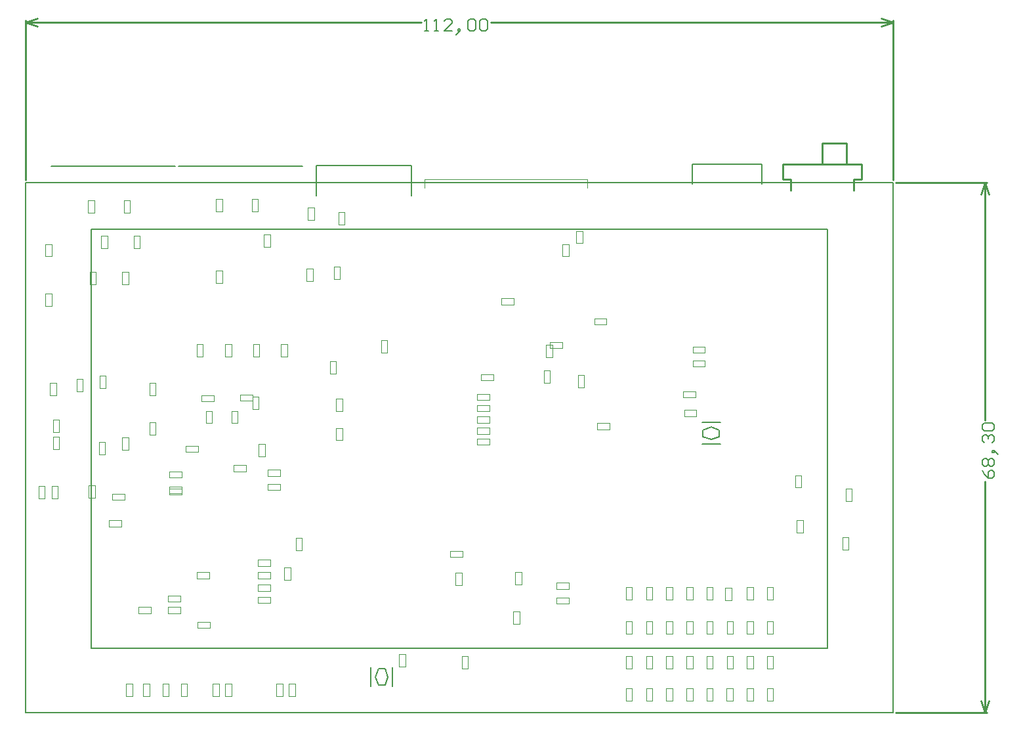
<source format=gm1>
G04 Layer_Color=16711935*
%FSLAX44Y44*%
%MOMM*%
G71*
G01*
G75*
%ADD49C,0.2000*%
%ADD52C,0.1500*%
%ADD60C,0.2540*%
%ADD63C,0.1000*%
%ADD112C,0.1524*%
D49*
X721000Y712400D02*
X729000D01*
X717000Y723000D02*
X721000Y712400D01*
X729000D02*
X733000Y723000D01*
X729000Y733600D02*
X733000Y723000D01*
X721000Y733600D02*
X729000D01*
X711000Y711000D02*
Y735000D01*
X739000Y711000D02*
Y735000D01*
X721000Y733600D02*
X729000D01*
X733000Y723000D01*
X717000D02*
X721000Y733600D01*
X729000Y712400D02*
X733000Y723000D01*
X717000D02*
X721000Y712400D01*
X729000D01*
X1160600Y1033000D02*
Y1041000D01*
X1150000Y1029000D02*
X1160600Y1033000D01*
X1150000Y1045000D02*
X1160600Y1041000D01*
X1139400Y1033000D02*
X1150000Y1029000D01*
X1139400Y1041000D02*
X1150000Y1045000D01*
X1139400Y1033000D02*
Y1041000D01*
X1138000Y1051000D02*
X1162000D01*
X1138000Y1023000D02*
X1162000D01*
X1139400Y1033000D02*
Y1041000D01*
X1150000Y1045000D01*
X1160600Y1041000D01*
X1150000Y1029000D02*
X1160600Y1033000D01*
Y1041000D01*
D52*
X1215430Y1358910D02*
Y1383910D01*
X1125430Y1358910D02*
Y1383910D01*
X1215430D01*
X462750Y1381000D02*
X622750D01*
X298250D02*
X458250D01*
X265000Y677000D02*
Y1360000D01*
X265000Y677000D02*
X1385000D01*
X350000Y1300000D02*
X1300000D01*
X350000Y760090D02*
X1300000D01*
Y1300090D01*
X350000Y760000D02*
Y1300000D01*
X265000Y1360000D02*
X1385000D01*
Y677000D02*
Y1360000D01*
D60*
X1388290Y677000D02*
X1505790D01*
X1388290Y1360000D02*
X1505790D01*
X1503250Y677000D02*
Y974824D01*
Y1054048D02*
Y1360000D01*
Y677000D02*
X1508330Y692240D01*
X1498170D02*
X1503250Y677000D01*
X1498170Y1344760D02*
X1503250Y1360000D01*
X1508330Y1344760D01*
X1385000Y1363290D02*
Y1569790D01*
X265000Y1363290D02*
Y1569790D01*
X865627Y1567250D02*
X1385000D01*
X265000D02*
X776245D01*
X1369760Y1572330D02*
X1385000Y1567250D01*
X1369760Y1562170D02*
X1385000Y1567250D01*
X265000D02*
X280240Y1562170D01*
X265000Y1567250D02*
X280240Y1572330D01*
X1333950Y1350420D02*
Y1364110D01*
X1252110Y1350420D02*
Y1364110D01*
X1333950D02*
X1343830D01*
X1242230D02*
X1252110D01*
X1343830D02*
Y1384110D01*
X1242230Y1364110D02*
Y1384110D01*
X1343830D01*
X1324780D02*
Y1410760D01*
X1293030D02*
X1324780D01*
X1293030Y1384090D02*
Y1410760D01*
D63*
X848000Y1036250D02*
Y1044250D01*
X864000Y1036250D02*
Y1044250D01*
X848000Y1036250D02*
X864000D01*
X848000Y1044250D02*
X864000D01*
X605000Y698000D02*
Y714000D01*
X613000Y698000D02*
Y714000D01*
X605000D02*
X613000D01*
X605000Y698000D02*
X613000D01*
X589000D02*
Y714000D01*
X597000Y698000D02*
Y714000D01*
X589000D02*
X597000D01*
X589000Y698000D02*
X597000D01*
X507000D02*
Y714000D01*
X515000Y698000D02*
Y714000D01*
X507000D02*
X515000D01*
X507000Y698000D02*
X515000D01*
X523000D02*
Y714000D01*
X531000Y698000D02*
Y714000D01*
X523000D02*
X531000D01*
X523000Y698000D02*
X531000D01*
X1260250Y925000D02*
X1268250D01*
X1260250Y909000D02*
X1268250D01*
X1260250D02*
Y925000D01*
X1268250Y909000D02*
Y925000D01*
X747250Y736500D02*
X755250D01*
X747250Y752500D02*
X755250D01*
Y736500D02*
Y752500D01*
X747250Y736500D02*
Y752500D01*
X779750Y1353320D02*
Y1364500D01*
X989750Y1353320D02*
Y1364500D01*
X779750D02*
X989750D01*
X1114000Y1091000D02*
X1130000D01*
X1114000Y1083000D02*
X1130000D01*
Y1091000D01*
X1114000Y1083000D02*
Y1091000D01*
X1115000Y1067000D02*
X1131000D01*
X1115000Y1059000D02*
X1131000D01*
Y1067000D01*
X1115000Y1059000D02*
Y1067000D01*
X829450Y877550D02*
Y885550D01*
X813450Y877550D02*
Y885550D01*
X829450D01*
X813450Y877550D02*
X829450D01*
X950100Y817500D02*
Y825500D01*
X966100Y817500D02*
Y825500D01*
X950100D02*
X966100D01*
X950100Y817500D02*
X966100D01*
X863750Y1065500D02*
Y1073500D01*
X847750Y1065500D02*
Y1073500D01*
X863750D01*
X847750Y1065500D02*
X863750D01*
X848000Y1022250D02*
Y1030250D01*
X864000Y1022250D02*
Y1030250D01*
X848000Y1022250D02*
X864000D01*
X848000Y1030250D02*
X864000D01*
X863750Y1050750D02*
Y1058750D01*
X847750Y1050750D02*
Y1058750D01*
X863750D01*
X847750Y1050750D02*
X863750D01*
X1040000Y779000D02*
X1048000D01*
X1040000Y795000D02*
X1048000D01*
Y779000D02*
Y795000D01*
X1040000Y779000D02*
Y795000D01*
X1040000Y734000D02*
X1048000D01*
X1040000Y750000D02*
X1048000D01*
Y734000D02*
Y750000D01*
X1040000Y734000D02*
Y750000D01*
X1066000Y779000D02*
X1074000D01*
X1066000Y795000D02*
X1074000D01*
Y779000D02*
Y795000D01*
X1066000Y779000D02*
Y795000D01*
Y823000D02*
X1074000D01*
X1066000Y839000D02*
X1074000D01*
Y823000D02*
Y839000D01*
X1066000Y823000D02*
Y839000D01*
X1092000Y779000D02*
X1100000D01*
X1092000Y795000D02*
X1100000D01*
Y779000D02*
Y795000D01*
X1092000Y779000D02*
Y795000D01*
Y823000D02*
X1100000D01*
X1092000Y839000D02*
X1100000D01*
Y823000D02*
Y839000D01*
X1092000Y823000D02*
Y839000D01*
X1118000Y708000D02*
X1126000D01*
X1118000Y692000D02*
X1126000D01*
X1118000D02*
Y708000D01*
X1126000Y692000D02*
Y708000D01*
X1118000Y823000D02*
X1126000D01*
X1118000Y839000D02*
X1126000D01*
Y823000D02*
Y839000D01*
X1118000Y823000D02*
Y839000D01*
X1144000Y779000D02*
X1152000D01*
X1144000Y795000D02*
X1152000D01*
Y779000D02*
Y795000D01*
X1144000Y779000D02*
Y795000D01*
Y823000D02*
X1152000D01*
X1144000Y839000D02*
X1152000D01*
Y823000D02*
Y839000D01*
X1144000Y823000D02*
Y839000D01*
X1170000Y779000D02*
X1178000D01*
X1170000Y795000D02*
X1178000D01*
Y779000D02*
Y795000D01*
X1170000Y779000D02*
Y795000D01*
X1168000Y822000D02*
X1176000D01*
X1168000Y838000D02*
X1176000D01*
Y822000D02*
Y838000D01*
X1168000Y822000D02*
Y838000D01*
X1196000Y779000D02*
X1204000D01*
X1196000Y795000D02*
X1204000D01*
Y779000D02*
Y795000D01*
X1196000Y779000D02*
Y795000D01*
X1196000Y734000D02*
X1204000D01*
X1196000Y750000D02*
X1204000D01*
Y734000D02*
Y750000D01*
X1196000Y734000D02*
Y750000D01*
X1222000Y779000D02*
X1230000D01*
X1222000Y795000D02*
X1230000D01*
Y779000D02*
Y795000D01*
X1222000Y779000D02*
Y795000D01*
Y823000D02*
X1230000D01*
X1222000Y839000D02*
X1230000D01*
Y823000D02*
Y839000D01*
X1222000Y823000D02*
Y839000D01*
X1039974Y692000D02*
X1047973D01*
X1039974Y708000D02*
X1047973D01*
Y692000D02*
Y708000D01*
X1039974Y692000D02*
Y708000D01*
X1040000Y839000D02*
X1048000D01*
X1040000Y823000D02*
X1048000D01*
X1040000D02*
Y839000D01*
X1048000Y823000D02*
Y839000D01*
X1066000Y692072D02*
X1074000D01*
X1066000Y708072D02*
X1074000D01*
Y692072D02*
Y708072D01*
X1066000Y692072D02*
Y708072D01*
X1065973Y750000D02*
X1073973D01*
X1065973Y734000D02*
X1073973D01*
X1065973D02*
Y750000D01*
X1073973Y734000D02*
Y750000D01*
X1092000Y692000D02*
X1100000D01*
X1092000Y708000D02*
X1100000D01*
Y692000D02*
Y708000D01*
X1092000Y692000D02*
Y708000D01*
Y750000D02*
X1100000D01*
X1092000Y734000D02*
X1100000D01*
X1092000D02*
Y750000D01*
X1100000Y734000D02*
Y750000D01*
X1118000Y795000D02*
X1126000D01*
X1118000Y779000D02*
X1126000D01*
X1118000D02*
Y795000D01*
X1126000Y779000D02*
Y795000D01*
X1118000Y750000D02*
X1126000D01*
X1118000Y734000D02*
X1126000D01*
X1118000D02*
Y750000D01*
X1126000Y734000D02*
Y750000D01*
X1143973Y692000D02*
X1151973D01*
X1143973Y708000D02*
X1151973D01*
Y692000D02*
Y708000D01*
X1143973Y692000D02*
Y708000D01*
X1144000Y750000D02*
X1152000D01*
X1144000Y734000D02*
X1152000D01*
X1144000D02*
Y750000D01*
X1152000Y734000D02*
Y750000D01*
X1169973Y692000D02*
X1177973D01*
X1169973Y708000D02*
X1177973D01*
Y692000D02*
Y708000D01*
X1169973Y692000D02*
Y708000D01*
X1170000Y750000D02*
X1178000D01*
X1170000Y734000D02*
X1178000D01*
X1170000D02*
Y750000D01*
X1178000Y734000D02*
Y750000D01*
X1195973Y692000D02*
X1203973D01*
X1195973Y708000D02*
X1203973D01*
Y692000D02*
Y708000D01*
X1195973Y692000D02*
Y708000D01*
X1196000Y839000D02*
X1204000D01*
X1196000Y823000D02*
X1204000D01*
X1196000D02*
Y839000D01*
X1204000Y823000D02*
Y839000D01*
X1221973Y692000D02*
X1229974D01*
X1221973Y708000D02*
X1229974D01*
Y692000D02*
Y708000D01*
X1221973Y692000D02*
Y708000D01*
X1222000Y750000D02*
X1230000D01*
X1222000Y734000D02*
X1230000D01*
X1222000D02*
Y750000D01*
X1230000Y734000D02*
Y750000D01*
X1126000Y1141000D02*
X1142000D01*
X1126000Y1149000D02*
X1142000D01*
X1126000Y1141000D02*
Y1149000D01*
X1142000Y1141000D02*
Y1149000D01*
X1126000Y1123000D02*
X1142000D01*
X1126000Y1131000D02*
X1142000D01*
X1126000Y1123000D02*
Y1131000D01*
X1142000Y1123000D02*
Y1131000D01*
X941750Y1154500D02*
X957750D01*
X941750Y1146500D02*
X957750D01*
X941750D02*
Y1154500D01*
X957750Y1146500D02*
Y1154500D01*
X1003000Y1050000D02*
X1019000D01*
X1003000Y1042000D02*
X1019000D01*
Y1050000D01*
X1003000Y1042000D02*
Y1050000D01*
X594000Y964000D02*
Y972000D01*
X578000Y964000D02*
Y972000D01*
X594000D01*
X578000Y964000D02*
X594000D01*
Y982000D02*
Y990000D01*
X578000Y982000D02*
Y990000D01*
X594000D01*
X578000Y982000D02*
X594000D01*
X599000Y848000D02*
X607000D01*
X599000Y864000D02*
X607000D01*
Y848000D02*
Y864000D01*
X599000Y848000D02*
Y864000D01*
X614000Y902000D02*
X622000D01*
X614000Y886000D02*
X622000D01*
Y902000D01*
X614000Y886000D02*
Y902000D01*
X465000Y820000D02*
Y828000D01*
X449000Y820000D02*
Y828000D01*
X465000D01*
X449000Y820000D02*
X465000D01*
X427000Y805000D02*
Y813000D01*
X411000Y805000D02*
Y813000D01*
X427000D01*
X411000Y805000D02*
X427000D01*
X465000D02*
Y813000D01*
X449000Y805000D02*
Y813000D01*
X465000D01*
X449000Y805000D02*
X465000D01*
Y813000D01*
X449000Y805000D02*
Y813000D01*
Y805000D02*
X465000D01*
X449000Y813000D02*
X465000D01*
X594000Y964000D02*
Y972000D01*
X578000Y964000D02*
Y972000D01*
Y964000D02*
X594000D01*
X578000Y972000D02*
X594000D01*
Y982000D02*
Y990000D01*
X578000Y982000D02*
Y990000D01*
Y982000D02*
X594000D01*
X578000Y990000D02*
X594000D01*
X451000Y960000D02*
Y968000D01*
X467000Y960000D02*
Y968000D01*
X451000Y960000D02*
X467000D01*
X451000Y968000D02*
X467000D01*
X467000Y958000D02*
Y966000D01*
X451000Y958000D02*
Y966000D01*
Y958000D02*
X467000D01*
X451000Y966000D02*
X467000D01*
X502000Y850000D02*
Y858000D01*
X486000Y850000D02*
Y858000D01*
Y850000D02*
X502000D01*
X486000Y858000D02*
X502000D01*
X503000Y786000D02*
Y794000D01*
X487000Y786000D02*
Y794000D01*
X503000D01*
X487000Y786000D02*
X503000D01*
X373000Y917000D02*
Y925000D01*
X389000Y917000D02*
Y925000D01*
X373000Y917000D02*
X389000D01*
X373000Y925000D02*
X389000D01*
X377000Y951000D02*
Y959000D01*
X393000Y951000D02*
Y959000D01*
X377000Y951000D02*
X393000D01*
X377000Y959000D02*
X393000D01*
X565000Y818000D02*
Y826000D01*
X581000Y818000D02*
Y826000D01*
X565000Y818000D02*
X581000D01*
X565000Y826000D02*
X581000D01*
X565000Y834000D02*
Y842000D01*
X581000Y834000D02*
Y842000D01*
X565000Y834000D02*
X581000D01*
X565000Y842000D02*
X581000D01*
X565000Y850000D02*
Y858000D01*
X581000Y850000D02*
Y858000D01*
X565000Y850000D02*
X581000D01*
X565000Y858000D02*
X581000D01*
X565000Y866000D02*
Y874000D01*
X581000Y866000D02*
Y874000D01*
X565000Y866000D02*
X581000D01*
X565000Y874000D02*
X581000D01*
X558000Y1068000D02*
Y1084000D01*
X566000Y1068000D02*
Y1084000D01*
X558000Y1068000D02*
X566000D01*
X558000Y1084000D02*
X566000D01*
X666000Y1066000D02*
Y1082000D01*
X674000Y1066000D02*
Y1082000D01*
X666000D02*
X674000D01*
X666000Y1066000D02*
X674000D01*
X669000Y1306000D02*
Y1322000D01*
X677000Y1306000D02*
Y1322000D01*
X669000D02*
X677000D01*
X669000Y1306000D02*
X677000D01*
X966000Y1265000D02*
Y1281000D01*
X958000Y1265000D02*
Y1281000D01*
Y1265000D02*
X966000D01*
X958000Y1281000D02*
X966000D01*
X879000Y1211000D02*
X895000D01*
X879000Y1203000D02*
X895000D01*
Y1211000D01*
X879000Y1203000D02*
Y1211000D01*
X603000Y1136000D02*
Y1152000D01*
X595000Y1136000D02*
Y1152000D01*
Y1136000D02*
X603000D01*
X595000Y1152000D02*
X603000D01*
X486000Y1136000D02*
Y1152000D01*
X494000Y1136000D02*
Y1152000D01*
X486000D02*
X494000D01*
X486000Y1136000D02*
X494000D01*
X531000Y1136000D02*
Y1152000D01*
X523000Y1136000D02*
Y1152000D01*
Y1136000D02*
X531000D01*
X523000Y1152000D02*
X531000D01*
X559000Y1136000D02*
Y1152000D01*
X567000Y1136000D02*
Y1152000D01*
X559000D02*
X567000D01*
X559000Y1136000D02*
X567000D01*
X519000Y1231000D02*
Y1247000D01*
X511000Y1231000D02*
Y1247000D01*
Y1231000D02*
X519000D01*
X511000Y1247000D02*
X519000D01*
X581000Y1277000D02*
Y1293000D01*
X573000Y1277000D02*
Y1293000D01*
Y1277000D02*
X581000D01*
X573000Y1293000D02*
X581000D01*
X557000Y1323000D02*
Y1339000D01*
X565000Y1323000D02*
Y1339000D01*
X557000D02*
X565000D01*
X557000Y1323000D02*
X565000D01*
X511000D02*
Y1339000D01*
X519000Y1323000D02*
Y1339000D01*
X511000D02*
X519000D01*
X511000Y1323000D02*
X519000D01*
X425000Y1086000D02*
Y1102000D01*
X433000Y1086000D02*
Y1102000D01*
X425000D02*
X433000D01*
X425000Y1086000D02*
X433000D01*
X390000Y1016000D02*
Y1032000D01*
X398000Y1016000D02*
Y1032000D01*
X390000D02*
X398000D01*
X390000Y1016000D02*
X398000D01*
X347000Y954000D02*
Y970000D01*
X355000Y954000D02*
Y970000D01*
X347000D02*
X355000D01*
X347000Y954000D02*
X355000D01*
X300500Y1038500D02*
Y1054500D01*
X308500Y1038500D02*
Y1054500D01*
X300500Y1038500D02*
X308500D01*
X300500Y1054500D02*
X308500D01*
X433000Y1086000D02*
Y1102000D01*
X425000Y1086000D02*
Y1102000D01*
X433000D01*
X425000Y1086000D02*
X433000D01*
X305000D02*
Y1102000D01*
X297000Y1086000D02*
Y1102000D01*
X305000D01*
X297000Y1086000D02*
X305000D01*
X346000Y1321000D02*
Y1337000D01*
X354000Y1321000D02*
Y1337000D01*
X346000D02*
X354000D01*
X346000Y1321000D02*
X354000D01*
X291000Y1265000D02*
Y1281000D01*
X299000Y1265000D02*
Y1281000D01*
X291000D02*
X299000D01*
X291000Y1265000D02*
X299000D01*
X363000Y1276000D02*
Y1292000D01*
X371000Y1276000D02*
Y1292000D01*
X363000D02*
X371000D01*
X363000Y1276000D02*
X371000D01*
X299000Y953000D02*
Y969000D01*
X307000Y953000D02*
Y969000D01*
X299000D02*
X307000D01*
X299000Y953000D02*
X307000D01*
X282000D02*
Y969000D01*
X290000Y953000D02*
Y969000D01*
X282000D02*
X290000D01*
X282000Y953000D02*
X290000D01*
X360000Y1010000D02*
Y1026000D01*
X368000Y1010000D02*
Y1026000D01*
X360000D02*
X368000D01*
X360000Y1010000D02*
X368000D01*
X291000Y1201000D02*
Y1217000D01*
X299000Y1201000D02*
Y1217000D01*
X291000D02*
X299000D01*
X291000Y1201000D02*
X299000D01*
X361000Y1095000D02*
Y1111000D01*
X369000Y1095000D02*
Y1111000D01*
X361000D02*
X369000D01*
X361000Y1095000D02*
X369000D01*
X400000Y1321000D02*
Y1337000D01*
X392000Y1321000D02*
Y1337000D01*
Y1321000D02*
X400000D01*
X392000Y1337000D02*
X400000D01*
X398000Y1229000D02*
Y1245000D01*
X390000Y1229000D02*
Y1245000D01*
Y1229000D02*
X398000D01*
X390000Y1245000D02*
X398000D01*
X413000Y1276000D02*
Y1292000D01*
X405000Y1276000D02*
Y1292000D01*
Y1276000D02*
X413000D01*
X405000Y1292000D02*
X413000D01*
X356000Y1229000D02*
Y1245000D01*
X348000Y1229000D02*
Y1245000D01*
Y1229000D02*
X356000D01*
X348000Y1245000D02*
X356000D01*
X331000Y1091000D02*
Y1107000D01*
X339000Y1091000D02*
Y1107000D01*
X331000D02*
X339000D01*
X331000Y1091000D02*
X339000D01*
X425000Y1035000D02*
Y1051000D01*
X433000Y1035000D02*
Y1051000D01*
X425000Y1035000D02*
X433000D01*
X425000Y1051000D02*
X433000D01*
X308500Y1016250D02*
Y1032250D01*
X300500Y1016250D02*
Y1032250D01*
Y1016250D02*
X308500D01*
X300500Y1032250D02*
X308500D01*
X542000Y1079000D02*
X558000D01*
X542000Y1087000D02*
X558000D01*
X542000Y1079000D02*
Y1087000D01*
X558000Y1079000D02*
Y1087000D01*
X658000Y1114000D02*
Y1130000D01*
X666000Y1114000D02*
Y1130000D01*
X658000D02*
X666000D01*
X658000Y1114000D02*
X666000D01*
X732000Y1141000D02*
Y1157000D01*
X724000Y1141000D02*
Y1157000D01*
Y1141000D02*
X732000D01*
X724000Y1157000D02*
X732000D01*
X976000Y1282000D02*
Y1298000D01*
X984000Y1282000D02*
Y1298000D01*
X976000D02*
X984000D01*
X976000Y1282000D02*
X984000D01*
X937000Y1135000D02*
Y1151000D01*
X945000Y1135000D02*
Y1151000D01*
X937000D02*
X945000D01*
X937000Y1135000D02*
X945000D01*
X999000Y1177000D02*
X1015000D01*
X999000Y1185000D02*
X1015000D01*
Y1177000D02*
Y1185000D01*
X999000Y1177000D02*
Y1185000D01*
X629434Y1311907D02*
Y1327907D01*
X637434Y1311907D02*
Y1327907D01*
X629434D02*
X637434D01*
X629434Y1311907D02*
X637434D01*
X628000Y1233500D02*
Y1249500D01*
X636000Y1233500D02*
Y1249500D01*
X628000D02*
X636000D01*
X628000Y1233500D02*
X636000D01*
X403000Y698000D02*
Y714000D01*
X395000Y698000D02*
Y714000D01*
Y698000D02*
X403000D01*
X395000Y714000D02*
X403000D01*
X425000Y698000D02*
Y714000D01*
X417000Y698000D02*
Y714000D01*
Y698000D02*
X425000D01*
X417000Y714000D02*
X425000D01*
X442000Y698000D02*
X450000D01*
X442000Y714000D02*
X450000D01*
Y698000D02*
Y714000D01*
X442000Y698000D02*
Y714000D01*
X466000Y698000D02*
X474000D01*
X466000Y714000D02*
X474000D01*
Y698000D02*
Y714000D01*
X466000Y698000D02*
Y714000D01*
X531000Y1050000D02*
Y1066000D01*
X539000Y1050000D02*
Y1066000D01*
X531000D02*
X539000D01*
X531000Y1050000D02*
X539000D01*
X498000D02*
Y1066000D01*
X506000Y1050000D02*
Y1066000D01*
X498000D02*
X506000D01*
X498000Y1050000D02*
X506000D01*
X472000Y1013000D02*
X488000D01*
X472000Y1021000D02*
X488000D01*
Y1013000D02*
Y1021000D01*
X472000Y1013000D02*
Y1021000D01*
X674000Y1028000D02*
Y1044000D01*
X666000Y1028000D02*
Y1044000D01*
Y1028000D02*
X674000D01*
X666000Y1044000D02*
X674000D01*
X574000Y1007000D02*
Y1023000D01*
X566000Y1007000D02*
Y1023000D01*
Y1007000D02*
X574000D01*
X566000Y1023000D02*
X574000D01*
X671250Y1236000D02*
Y1252000D01*
X663250Y1236000D02*
Y1252000D01*
Y1236000D02*
X671250D01*
X663250Y1252000D02*
X671250D01*
X986000Y1096000D02*
Y1112000D01*
X978000Y1096000D02*
Y1112000D01*
Y1096000D02*
X986000D01*
X978000Y1112000D02*
X986000D01*
X534000Y988000D02*
X550000D01*
X534000Y996000D02*
X550000D01*
Y988000D02*
Y996000D01*
X534000Y988000D02*
Y996000D01*
X451000Y980000D02*
X467000D01*
X451000Y988000D02*
X467000D01*
Y980000D02*
Y988000D01*
X451000Y980000D02*
Y988000D01*
X828250Y733750D02*
X836250D01*
X828250Y749750D02*
X836250D01*
X828250Y733750D02*
Y749750D01*
X836250Y733750D02*
Y749750D01*
X894800Y791400D02*
Y807400D01*
X902800Y791400D02*
Y807400D01*
X894800D02*
X902800D01*
X894800Y791400D02*
X902800D01*
X950300Y844500D02*
X966300D01*
X950300Y836500D02*
X966300D01*
X950300D02*
Y844500D01*
X966300Y836500D02*
Y844500D01*
X942000Y1102000D02*
Y1118000D01*
X934000Y1102000D02*
Y1118000D01*
Y1102000D02*
X942000D01*
X934000Y1118000D02*
X942000D01*
X847750Y1087750D02*
X863750D01*
X847750Y1079750D02*
X863750D01*
Y1087750D01*
X847750Y1079750D02*
Y1087750D01*
X853000Y1113000D02*
X869000D01*
X853000Y1105000D02*
X869000D01*
Y1113000D01*
X853000Y1105000D02*
Y1113000D01*
X820100Y841600D02*
X828100D01*
X820100Y857600D02*
X828100D01*
Y841600D02*
Y857600D01*
X820100Y841600D02*
Y857600D01*
X897300Y841800D02*
X905300D01*
X897300Y857800D02*
X905300D01*
Y841800D02*
Y857800D01*
X897300Y841800D02*
Y857800D01*
X1258500Y983000D02*
X1266500D01*
X1258500Y967000D02*
X1266500D01*
X1258500D02*
Y983000D01*
X1266500Y967000D02*
Y983000D01*
X1319250Y902750D02*
X1327250D01*
X1319250Y886750D02*
X1327250D01*
X1319250D02*
Y902750D01*
X1327250Y886750D02*
Y902750D01*
X1323250Y949750D02*
X1331250D01*
X1323250Y965750D02*
X1331250D01*
Y949750D02*
Y965750D01*
X1323250Y949750D02*
Y965750D01*
X492000Y1086000D02*
X508000D01*
X492000Y1078000D02*
X508000D01*
Y1086000D01*
X492000Y1078000D02*
Y1086000D01*
D112*
X640082Y1342958D02*
Y1382066D01*
X763018Y1342958D02*
Y1382066D01*
X640082D02*
X763018D01*
X1499696Y989044D02*
X1502235Y983966D01*
X1507313Y978887D01*
X1512392D01*
X1514931Y981427D01*
Y986505D01*
X1512392Y989044D01*
X1509852D01*
X1507313Y986505D01*
Y978887D01*
X1502235Y994122D02*
X1499696Y996662D01*
Y1001740D01*
X1502235Y1004279D01*
X1504774D01*
X1507313Y1001740D01*
X1509852Y1004279D01*
X1512392D01*
X1514931Y1001740D01*
Y996662D01*
X1512392Y994122D01*
X1509852D01*
X1507313Y996662D01*
X1504774Y994122D01*
X1502235D01*
X1507313Y996662D02*
Y1001740D01*
X1517470Y1011897D02*
X1514931Y1014436D01*
X1512392D01*
Y1011897D01*
X1514931D01*
Y1014436D01*
X1517470Y1011897D01*
X1520009Y1009358D01*
X1502235Y1024593D02*
X1499696Y1027132D01*
Y1032210D01*
X1502235Y1034749D01*
X1504774D01*
X1507313Y1032210D01*
Y1029671D01*
Y1032210D01*
X1509852Y1034749D01*
X1512392D01*
X1514931Y1032210D01*
Y1027132D01*
X1512392Y1024593D01*
X1502235Y1039828D02*
X1499696Y1042367D01*
Y1047445D01*
X1502235Y1049985D01*
X1512392D01*
X1514931Y1047445D01*
Y1042367D01*
X1512392Y1039828D01*
X1502235D01*
X780309Y1555569D02*
X785387D01*
X782848D01*
Y1570804D01*
X780309Y1568265D01*
X793005Y1555569D02*
X798083D01*
X795544D01*
Y1570804D01*
X793005Y1568265D01*
X815858Y1555569D02*
X805701D01*
X815858Y1565726D01*
Y1568265D01*
X813318Y1570804D01*
X808240D01*
X805701Y1568265D01*
X823475Y1553030D02*
X826014Y1555569D01*
Y1558109D01*
X823475D01*
Y1555569D01*
X826014D01*
X823475Y1553030D01*
X820936Y1550491D01*
X836171Y1568265D02*
X838710Y1570804D01*
X843789D01*
X846328Y1568265D01*
Y1558109D01*
X843789Y1555569D01*
X838710D01*
X836171Y1558109D01*
Y1568265D01*
X851406D02*
X853945Y1570804D01*
X859024D01*
X861563Y1568265D01*
Y1558109D01*
X859024Y1555569D01*
X853945D01*
X851406Y1558109D01*
Y1568265D01*
M02*

</source>
